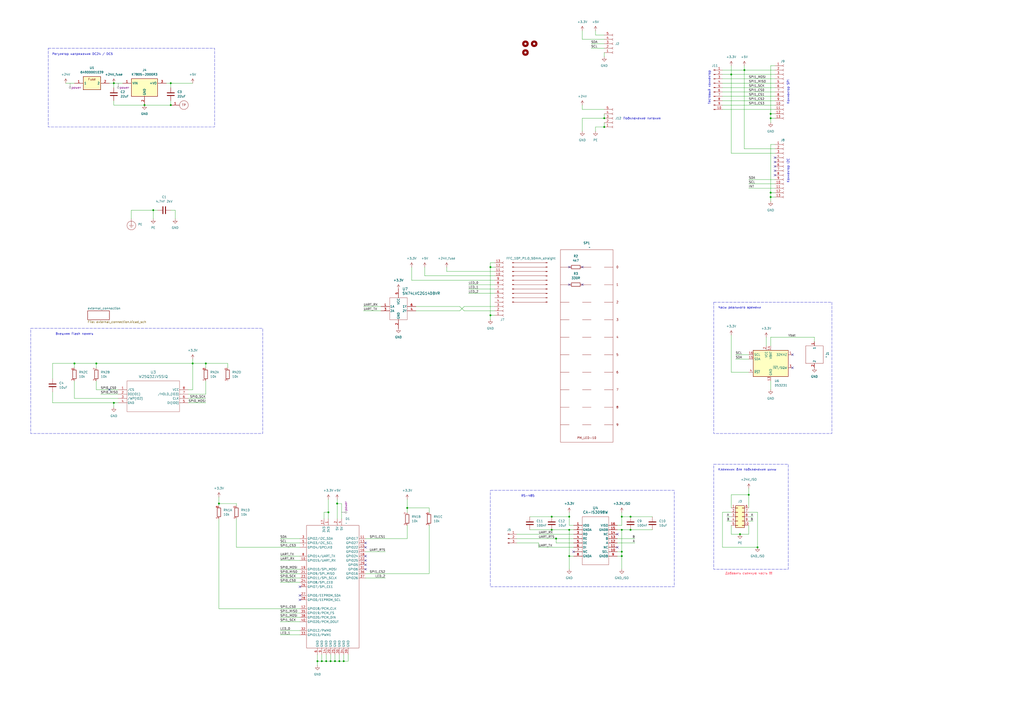
<source format=kicad_sch>
(kicad_sch (version 20231120) (generator "eeschema") (generator_version "8.0")
  (paper "A2")
  (title_block (title "${article} v${version}"))
  (junction (at 447.04 111.76))
  (junction (at 236.22 294.64))
  (junction (at 66.04 48.26))
  (junction (at 190.5 297.18))
  (junction (at 360.68 299.72))
  (junction (at 284.48 154.94))
  (junction (at 365.76 299.72))
  (junction (at 191.77 383.54))
  (junction (at 447.04 66.04))
  (junction (at 88.9 121.92))
  (junction (at 284.48 182.88))
  (junction (at 111.76 210.82))
  (junction (at 119.38 210.82))
  (junction (at 360.68 307.34))
  (junction (at 434.34 287.02))
  (junction (at 360.68 322.58))
  (junction (at 83.82 60.96))
  (junction (at 330.2 299.72))
  (junction (at 330.2 307.34))
  (junction (at 55.88 210.82))
  (junction (at 322.58 312.42))
  (junction (at 360.68 320.04))
  (junction (at 439.42 317.5))
  (junction (at 330.2 322.58))
  (junction (at 350.52 73.66))
  (junction (at 431.8 40.64))
  (junction (at 194.31 383.54))
  (junction (at 43.18 210.82))
  (junction (at 99.06 60.96))
  (junction (at 196.85 383.54))
  (junction (at 320.04 299.72))
  (junction (at 350.52 68.58))
  (junction (at 189.23 383.54))
  (junction (at 365.76 307.34))
  (junction (at 429.26 309.88))
  (junction (at 195.58 292.1))
  (junction (at 320.04 307.34))
  (junction (at 199.39 383.54))
  (junction (at 447.04 114.3))
  (junction (at 66.04 233.68))
  (junction (at 447.04 68.58))
  (junction (at 127 292.1))
  (junction (at 99.06 48.26))
  (junction (at 186.69 383.54))
  (junction (at 424.18 43.18))
  (junction (at 184.15 383.54))
  (no_connect (at 449.58 99.06))
  (no_connect (at 173.99 340.36))
  (no_connect (at 337.82 154.94))
  (no_connect (at 212.09 327.66))
  (no_connect (at 449.58 101.6))
  (no_connect (at 449.58 91.44))
  (no_connect (at 212.09 317.5))
  (no_connect (at 449.58 93.98))
  (no_connect (at 212.09 322.58))
  (no_connect (at 173.99 347.98))
  (no_connect (at 358.14 309.88))
  (no_connect (at 330.2 154.94))
  (no_connect (at 212.09 314.96))
  (no_connect (at 449.58 96.52))
  (no_connect (at 173.99 345.44))
  (no_connect (at 63.5 226.06))
  (no_connect (at 330.2 165.1))
  (no_connect (at 332.74 320.04))
  (no_connect (at 358.14 317.5))
  (no_connect (at 212.09 325.12))
  (no_connect (at 337.82 165.1))
  (no_connect (at 212.09 330.2))
  (no_connect (at 459.74 213.36))
  (no_connect (at 459.74 205.74))
  (wire (pts (xy 55.88 210.82) (xy 55.88 213.36)))
  (wire (pts (xy 330.2 307.34) (xy 330.2 322.58)))
  (wire (pts (xy 434.34 302.26) (xy 436.88 302.26)))
  (wire (pts (xy 259.08 157.48) (xy 287.02 157.48)))
  (wire (pts (xy 212.09 312.42) (xy 236.22 312.42)))
  (wire (pts (xy 337.82 68.58) (xy 337.82 76.2)))
  (wire (pts (xy 447.04 71.12) (xy 447.04 68.58)))
  (wire (pts (xy 449.58 114.3) (xy 447.04 114.3)))
  (wire (pts (xy 119.38 210.82) (xy 111.76 210.82)))
  (wire (pts (xy 424.18 294.64) (xy 424.18 287.02)))
  (wire (pts (xy 322.58 312.42) (xy 322.58 314.96)))
  (wire (pts (xy 162.56 365.76) (xy 173.99 365.76)))
  (wire (pts (xy 248.92 297.18) (xy 248.92 294.64)))
  (wire (pts (xy 137.16 300.99) (xy 137.16 317.5)))
  (wire (pts (xy 299.72 312.42) (xy 322.58 312.42)))
  (wire (pts (xy 190.5 297.18) (xy 190.5 300.99)))
  (wire (pts (xy 424.18 43.18) (xy 449.58 43.18)))
  (wire (pts (xy 447.04 220.98) (xy 447.04 226.06)))
  (wire (pts (xy 162.56 335.28) (xy 173.99 335.28)))
  (wire (pts (xy 101.6 127) (xy 101.6 121.92)))
  (wire (pts (xy 447.04 200.66) (xy 447.04 195.58)))
  (wire (pts (xy 88.9 121.92) (xy 91.44 121.92)))
  (wire (pts (xy 109.22 231.14) (xy 119.38 231.14)))
  (wire (pts (xy 434.34 106.68) (xy 449.58 106.68)))
  (wire (pts (xy 426.72 208.28) (xy 434.34 208.28)))
  (wire (pts (xy 55.88 226.06) (xy 68.58 226.06)))
  (wire (pts (xy 212.09 335.28) (xy 223.52 335.28)))
  (wire (pts (xy 236.22 289.56) (xy 236.22 294.64)))
  (wire (pts (xy 187.96 297.18) (xy 190.5 297.18)))
  (wire (pts (xy 378.46 307.34) (xy 365.76 307.34)))
  (wire (pts (xy 429.26 309.88) (xy 434.34 309.88)))
  (wire (pts (xy 365.76 299.72) (xy 378.46 299.72)))
  (wire (pts (xy 320.04 299.72) (xy 307.34 299.72)))
  (wire (pts (xy 419.1 58.42) (xy 449.58 58.42)))
  (wire (pts (xy 248.92 294.64) (xy 236.22 294.64)))
  (wire (pts (xy 472.44 195.58) (xy 472.44 198.12)))
  (wire (pts (xy 199.39 379.73) (xy 199.39 383.54)))
  (wire (pts (xy 434.34 283.21) (xy 434.34 287.02)))
  (wire (pts (xy 330.2 299.72) (xy 330.2 304.8)))
  (wire (pts (xy 424.18 309.88) (xy 429.26 309.88)))
  (wire (pts (xy 266.7 180.34) (xy 269.24 177.8)))
  (wire (pts (xy 196.85 379.73) (xy 196.85 383.54)))
  (wire (pts (xy 439.42 297.18) (xy 439.42 317.5)))
  (wire (pts (xy 424.18 297.18) (xy 419.1 297.18)))
  (wire (pts (xy 332.74 314.96) (xy 322.58 314.96)))
  (wire (pts (xy 184.15 379.73) (xy 184.15 383.54)))
  (wire (pts (xy 332.74 307.34) (xy 330.2 307.34)))
  (wire (pts (xy 360.68 320.04) (xy 358.14 320.04)))
  (wire (pts (xy 358.14 307.34) (xy 360.68 307.34)))
  (wire (pts (xy 368.3 312.42) (xy 358.14 312.42)))
  (wire (pts (xy 421.64 302.26) (xy 424.18 302.26)))
  (wire (pts (xy 449.58 88.9) (xy 424.18 88.9)))
  (wire (pts (xy 350.52 66.04) (xy 350.52 68.58)))
  (wire (pts (xy 419.1 297.18) (xy 419.1 317.5)))
  (wire (pts (xy 30.48 219.71) (xy 30.48 210.82)))
  (wire (pts (xy 350.52 68.58) (xy 337.82 68.58)))
  (wire (pts (xy 137.16 317.5) (xy 173.99 317.5)))
  (wire (pts (xy 271.78 167.64) (xy 287.02 167.64)))
  (wire (pts (xy 419.1 317.5) (xy 439.42 317.5)))
  (wire (pts (xy 66.04 60.96) (xy 83.82 60.96)))
  (wire (pts (xy 99.06 48.26) (xy 99.06 50.8)))
  (wire (pts (xy 210.82 177.8) (xy 220.98 177.8)))
  (wire (pts (xy 246.38 154.94) (xy 246.38 160.02)))
  (wire (pts (xy 284.48 154.94) (xy 284.48 182.88)))
  (wire (pts (xy 312.42 314.96) (xy 312.42 317.5)))
  (wire (pts (xy 187.96 300.99) (xy 187.96 297.18)))
  (wire (pts (xy 66.04 48.26) (xy 71.12 48.26)))
  (wire (pts (xy 99.06 58.42) (xy 99.06 60.96)))
  (wire (pts (xy 447.04 68.58) (xy 447.04 66.04)))
  (wire (pts (xy 137.16 293.37) (xy 137.16 292.1)))
  (wire (pts (xy 284.48 154.94) (xy 287.02 154.94)))
  (wire (pts (xy 350.52 63.5) (xy 337.82 63.5)))
  (wire (pts (xy 424.18 43.18) (xy 424.18 38.1)))
  (wire (pts (xy 236.22 294.64) (xy 236.22 297.18)))
  (wire (pts (xy 190.5 289.56) (xy 190.5 297.18)))
  (wire (pts (xy 284.48 152.4) (xy 284.48 154.94)))
  (wire (pts (xy 332.74 312.42) (xy 322.58 312.42)))
  (wire (pts (xy 186.69 383.54) (xy 189.23 383.54)))
  (wire (pts (xy 38.1 48.26) (xy 43.18 48.26)))
  (wire (pts (xy 431.8 40.64) (xy 449.58 40.64)))
  (wire (pts (xy 111.76 210.82) (xy 111.76 208.28)))
  (wire (pts (xy 195.58 289.56) (xy 195.58 292.1)))
  (wire (pts (xy 350.52 71.12) (xy 350.52 73.66)))
  (wire (pts (xy 66.04 60.96) (xy 66.04 58.42)))
  (wire (pts (xy 447.04 38.1) (xy 447.04 66.04)))
  (wire (pts (xy 127 292.1) (xy 127 293.37)))
  (wire (pts (xy 419.1 40.64) (xy 431.8 40.64)))
  (wire (pts (xy 342.9 27.94) (xy 350.52 27.94)))
  (wire (pts (xy 198.12 292.1) (xy 195.58 292.1)))
  (wire (pts (xy 419.1 45.72) (xy 449.58 45.72)))
  (wire (pts (xy 43.18 210.82) (xy 43.18 213.36)))
  (wire (pts (xy 83.82 60.96) (xy 99.06 60.96)))
  (wire (pts (xy 360.68 297.18) (xy 360.68 299.72)))
  (wire (pts (xy 137.16 292.1) (xy 127 292.1)))
  (wire (pts (xy 424.18 215.9) (xy 434.34 215.9)))
  (wire (pts (xy 184.15 383.54) (xy 186.69 383.54)))
  (wire (pts (xy 447.04 195.58) (xy 472.44 195.58)))
  (wire (pts (xy 241.3 177.8) (xy 266.7 177.8)))
  (wire (pts (xy 284.48 182.88) (xy 287.02 182.88)))
  (wire (pts (xy 447.04 114.3) (xy 447.04 116.84)))
  (wire (pts (xy 241.3 180.34) (xy 266.7 180.34)))
  (wire (pts (xy 419.1 55.88) (xy 449.58 55.88)))
  (wire (pts (xy 210.82 180.34) (xy 220.98 180.34)))
  (wire (pts (xy 119.38 228.6) (xy 119.38 220.98)))
  (wire (pts (xy 320.04 307.34) (xy 330.2 307.34)))
  (wire (pts (xy 99.06 48.26) (xy 111.76 48.26)))
  (wire (pts (xy 76.2 121.92) (xy 88.9 121.92)))
  (wire (pts (xy 449.58 86.36) (xy 431.8 86.36)))
  (wire (pts (xy 111.76 226.06) (xy 111.76 210.82)))
  (wire (pts (xy 434.34 109.22) (xy 449.58 109.22)))
  (wire (pts (xy 299.72 309.88) (xy 332.74 309.88)))
  (wire (pts (xy 449.58 111.76) (xy 447.04 111.76)))
  (wire (pts (xy 421.64 299.72) (xy 424.18 299.72)))
  (wire (pts (xy 162.56 322.58) (xy 173.99 322.58)))
  (wire (pts (xy 350.52 30.48) (xy 350.52 33.02)))
  (wire (pts (xy 246.38 160.02) (xy 287.02 160.02)))
  (wire (pts (xy 162.56 325.12) (xy 173.99 325.12)))
  (wire (pts (xy 68.58 231.14) (xy 43.18 231.14)))
  (wire (pts (xy 198.12 300.99) (xy 198.12 292.1)))
  (wire (pts (xy 212.09 320.04) (xy 223.52 320.04)))
  (wire (pts (xy 259.08 154.94) (xy 259.08 157.48)))
  (wire (pts (xy 191.77 383.54) (xy 194.31 383.54)))
  (wire (pts (xy 127 288.29) (xy 127 292.1)))
  (wire (pts (xy 350.52 22.86) (xy 337.82 22.86)))
  (wire (pts (xy 419.1 60.96) (xy 449.58 60.96)))
  (wire (pts (xy 269.24 177.8) (xy 287.02 177.8)))
  (wire (pts (xy 345.44 73.66) (xy 350.52 73.66)))
  (wire (pts (xy 419.1 50.8) (xy 449.58 50.8)))
  (wire (pts (xy 201.93 379.73) (xy 201.93 383.54)))
  (wire (pts (xy 345.44 20.32) (xy 345.44 17.78)))
  (wire (pts (xy 368.3 314.96) (xy 358.14 314.96)))
  (wire (pts (xy 43.18 220.98) (xy 43.18 231.14)))
  (wire (pts (xy 271.78 165.1) (xy 287.02 165.1)))
  (wire (pts (xy 424.18 88.9) (xy 424.18 43.18)))
  (wire (pts (xy 162.56 332.74) (xy 173.99 332.74)))
  (wire (pts (xy 345.44 76.2) (xy 345.44 73.66)))
  (wire (pts (xy 360.68 320.04) (xy 360.68 322.58)))
  (wire (pts (xy 189.23 379.73) (xy 189.23 383.54)))
  (wire (pts (xy 162.56 355.6) (xy 173.99 355.6)))
  (wire (pts (xy 419.1 43.18) (xy 424.18 43.18)))
  (wire (pts (xy 101.6 121.92) (xy 99.06 121.92)))
  (wire (pts (xy 66.04 233.68) (xy 66.04 236.22)))
  (wire (pts (xy 162.56 358.14) (xy 173.99 358.14)))
  (wire (pts (xy 447.04 83.82) (xy 447.04 111.76)))
  (wire (pts (xy 320.04 299.72) (xy 330.2 299.72)))
  (wire (pts (xy 320.04 307.34) (xy 307.34 307.34)))
  (wire (pts (xy 424.18 287.02) (xy 434.34 287.02)))
  (wire (pts (xy 271.78 170.18) (xy 287.02 170.18)))
  (wire (pts (xy 238.76 162.56) (xy 287.02 162.56)))
  (wire (pts (xy 419.1 48.26) (xy 449.58 48.26)))
  (wire (pts (xy 360.68 322.58) (xy 360.68 330.2)))
  (wire (pts (xy 132.08 213.36) (xy 132.08 210.82)))
  (wire (pts (xy 119.38 210.82) (xy 119.38 213.36)))
  (wire (pts (xy 236.22 304.8) (xy 236.22 312.42)))
  (wire (pts (xy 88.9 121.92) (xy 88.9 127)))
  (wire (pts (xy 162.56 337.82) (xy 173.99 337.82)))
  (wire (pts (xy 162.56 312.42) (xy 173.99 312.42)))
  (wire (pts (xy 194.31 379.73) (xy 194.31 383.54)))
  (wire (pts (xy 66.04 48.26) (xy 66.04 50.8)))
  (wire (pts (xy 360.68 304.8) (xy 360.68 299.72)))
  (wire (pts (xy 431.8 86.36) (xy 431.8 40.64)))
  (wire (pts (xy 58.42 228.6) (xy 68.58 228.6)))
  (wire (pts (xy 424.18 194.31) (xy 424.18 215.9)))
  (wire (pts (xy 447.04 111.76) (xy 447.04 114.3)))
  (wire (pts (xy 186.69 379.73) (xy 186.69 383.54)))
  (wire (pts (xy 360.68 304.8) (xy 358.14 304.8)))
  (wire (pts (xy 162.56 314.96) (xy 173.99 314.96)))
  (wire (pts (xy 330.2 304.8) (xy 332.74 304.8)))
  (wire (pts (xy 330.2 297.18) (xy 330.2 299.72)))
  (wire (pts (xy 30.48 233.68) (xy 66.04 233.68)))
  (wire (pts (xy 337.82 63.5) (xy 337.82 60.96)))
  (wire (pts (xy 299.72 314.96) (xy 312.42 314.96)))
  (wire (pts (xy 284.48 182.88) (xy 284.48 185.42)))
  (wire (pts (xy 434.34 297.18) (xy 439.42 297.18)))
  (wire (pts (xy 434.34 104.14) (xy 449.58 104.14)))
  (wire (pts (xy 132.08 210.82) (xy 119.38 210.82)))
  (wire (pts (xy 162.56 368.3) (xy 173.99 368.3)))
  (wire (pts (xy 449.58 83.82) (xy 447.04 83.82)))
  (wire (pts (xy 360.68 322.58) (xy 358.14 322.58)))
  (wire (pts (xy 365.76 299.72) (xy 360.68 299.72)))
  (wire (pts (xy 269.24 180.34) (xy 287.02 180.34)))
  (wire (pts (xy 109.22 228.6) (xy 119.38 228.6)))
  (wire (pts (xy 337.82 22.86) (xy 337.82 17.78)))
  (wire (pts (xy 109.22 233.68) (xy 119.38 233.68)))
  (wire (pts (xy 109.22 226.06) (xy 111.76 226.06)))
  (wire (pts (xy 434.34 299.72) (xy 436.88 299.72)))
  (wire (pts (xy 444.5 195.58) (xy 444.5 200.66)))
  (wire (pts (xy 63.5 48.26) (xy 66.04 48.26)))
  (wire (pts (xy 43.18 210.82) (xy 55.88 210.82)))
  (wire (pts (xy 184.15 383.54) (xy 184.15 386.08)))
  (wire (pts (xy 266.7 177.8) (xy 269.24 180.34)))
  (wire (pts (xy 434.34 294.64) (xy 434.34 287.02)))
  (wire (pts (xy 332.74 317.5) (xy 312.42 317.5)))
  (wire (pts (xy 449.58 66.04) (xy 447.04 66.04)))
  (wire (pts (xy 424.18 304.8) (xy 424.18 309.88)))
  (wire (pts (xy 30.48 210.82) (xy 43.18 210.82)))
  (wire (pts (xy 55.88 220.98) (xy 55.88 226.06)))
  (wire (pts (xy 68.58 233.68) (xy 66.04 233.68)))
  (wire (pts (xy 195.58 292.1) (xy 195.58 300.99)))
  (wire (pts (xy 191.77 379.73) (xy 191.77 383.54)))
  (wire (pts (xy 248.92 304.8) (xy 248.92 332.74)))
  (wire (pts (xy 330.2 322.58) (xy 332.74 322.58)))
  (wire (pts (xy 449.58 38.1) (xy 447.04 38.1)))
  (wire (pts (xy 194.31 383.54) (xy 196.85 383.54)))
  (wire (pts (xy 360.68 307.34) (xy 360.68 320.04)))
  (wire (pts (xy 199.39 383.54) (xy 201.93 383.54)))
  (wire (pts (xy 342.9 25.4) (xy 350.52 25.4)))
  (wire (pts (xy 434.34 309.88) (xy 434.34 304.8)))
  (wire (pts (xy 419.1 63.5) (xy 449.58 63.5)))
  (wire (pts (xy 426.72 205.74) (xy 434.34 205.74)))
  (wire (pts (xy 55.88 210.82) (xy 111.76 210.82)))
  (wire (pts (xy 431.8 38.1) (xy 431.8 40.64)))
  (wire (pts (xy 212.09 332.74) (xy 248.92 332.74)))
  (wire (pts (xy 238.76 162.56) (xy 238.76 154.94)))
  (wire (pts (xy 162.56 330.2) (xy 173.99 330.2)))
  (wire (pts (xy 365.76 307.34) (xy 360.68 307.34)))
  (wire (pts (xy 76.2 127) (xy 76.2 121.92)))
  (wire (pts (xy 330.2 322.58) (xy 330.2 330.2)))
  (wire (pts (xy 350.52 20.32) (xy 345.44 20.32)))
  (wire (pts (xy 419.1 53.34) (xy 449.58 53.34)))
  (wire (pts (xy 96.52 48.26) (xy 99.06 48.26)))
  (wire (pts (xy 447.04 68.58) (xy 449.58 68.58)))
  (wire (pts (xy 196.85 383.54) (xy 199.39 383.54)))
  (wire (pts (xy 127 300.99) (xy 127 353.06)))
  (wire (pts (xy 30.48 227.33) (xy 30.48 233.68)))
  (wire (pts (xy 189.23 383.54) (xy 191.77 383.54)))
  (wire (pts (xy 287.02 152.4) (xy 284.48 152.4)))
  (wire (pts (xy 162.56 360.68) (xy 173.99 360.68)))
  (wire (pts (xy 127 353.06) (xy 173.99 353.06)))
  (rectangle (start 284.48 284.48) (end 391.16 340.36) (stroke (width 0) (type dash)))
  (rectangle (start 414.02 175.26) (end 482.6 251.46) (stroke (width 0) (type dash)))
  (rectangle (start 17.78 190.5) (end 152.4 251.46) (stroke (width 0) (type dash)))
  (rectangle (start 414.02 269.24) (end 457.2 330.2) (stroke (width 0) (type dash)))
  (rectangle (start 27.94 27.94) (end 124.46 73.66) (stroke (width 0) (type dash)))
  (text "Клеммник для подключения шины" (at 416.56 271.78 0) (effects (font (size 1.27 1.27)) (justify left top)))
  (text "RS-485" (at 302.26 287.02 0) (effects (font (size 1.27 1.27)) (justify left top)))
  (text "Тестовый коннектор" (at 411.48 50.8 90) (effects (font (size 1.27 1.27))))
  (text "Внешняя Flash память" (at 43.18 193.802 0) (effects (font (size 1.27 1.27))))
  (text "Подключение питания" (at 372.364 68.834 0) (effects (font (size 1.27 1.27))))
  (text "Добавить съемную часть !!!" (at 434.34 332.74 0) (effects (font (size 1.27 1.27))))
  (text "Коннектор SPI" (at 457.2 53.34 90) (effects (font (size 1.27 1.27))))
  (text "Часы реального времени" (at 416.56 177.8 0) (effects (font (size 1.27 1.27)) (justify left top)))
  (text "Коннектор I2C" (at 457.2 99.06 90) (effects (font (size 1.27 1.27))))
  (text "Регулятор напряжения DC24 / DC5" (at 30.226 31.496 0) (effects (font (size 1.27 1.27)) (justify left)))
  (label "SPI1_MOSI" (at 162.56 358.14 0))
  (label "UART_RTS" (at 223.52 320.04 180))
  (label "Vbat" (at 457.2 195.58 0))
  (label "SPI1_CS2" (at 434.34 58.42 0))
  (label "SPI0_CS0" (at 162.56 337.82 0))
  (label "SDA" (at 434.34 104.14 0))
  (label "SPI1_CS0" (at 434.34 53.34 0))
  (label "LED_1" (at 271.78 167.64 0))
  (label "SPI0_MOSI" (at 119.38 233.68 180))
  (label "UART_RX" (at 210.82 177.8 0))
  (label "SCL" (at 434.34 106.68 0))
  (label "UART_RTS" (at 312.42 312.42 0))
  (label "INT" (at 434.34 109.22 0))
  (label "LED_2" (at 271.78 170.18 0))
  (label "SDA" (at 162.56 312.42 0))
  (label "SPI1_CS2" (at 223.52 332.74 180))
  (label "A" (at 421.64 299.72 0))
  (label "SPI1_CS1" (at 434.34 55.88 0))
  (label "SPI0_MISO" (at 58.42 228.6 0))
  (label "A" (at 436.88 299.72 180))
  (label "SPI1_CS0" (at 162.56 353.06 0))
  (label "SDA" (at 426.72 208.28 0))
  (label "UART_TX" (at 210.82 180.34 0))
  (label "SPI0_SCK" (at 162.56 335.28 0))
  (label "UART_RX" (at 162.56 325.12 0))
  (label "SPI0_SCK" (at 119.38 231.14 180))
  (label "LED_2" (at 223.52 335.28 180))
  (label "B" (at 421.64 302.26 0))
  (label "SPI1_SCK" (at 162.56 360.68 0))
  (label "SDA" (at 342.9 25.4 0))
  (label "LED_0" (at 162.56 365.76 0))
  (label "LED_1" (at 162.56 368.3 0))
  (label "SPI1_CS1" (at 223.52 312.42 180))
  (label "SPI0_CS0" (at 58.42 226.06 0))
  (label "UART_TX" (at 162.56 322.58 0))
  (label "LED_0" (at 271.78 165.1 0))
  (label "SPI1_MOSI" (at 434.34 45.72 0))
  (label "UART_TX" (at 312.42 317.5 0))
  (label "B" (at 368.3 312.42 180))
  (label "B" (at 436.88 302.26 180))
  (label "UART_RX" (at 312.42 309.88 0))
  (label "SPI1_MISO" (at 434.34 48.26 0))
  (label "SCL" (at 162.56 314.96 0))
  (label "SPI0_MOSI" (at 162.56 330.2 0))
  (label "SPI1_CS3" (at 162.56 317.5 0))
  (label "A" (at 368.3 314.96 180))
  (label "SCL" (at 342.9 27.94 0))
  (label "SPI0_MISO" (at 162.56 332.74 0))
  (label "SPI1_MISO" (at 162.56 355.6 0))
  (label "SPI1_SCK" (at 434.34 50.8 0))
  (label "SPI1_CS3" (at 434.34 60.96 0))
  (label "SCL" (at 426.72 205.74 0))
  (netclass_flag "" (length 2.54) (shape round) (at 68.58 48.26 180) (property "Netclass" "power" (at 69.2785 50.8 0) (effects (font (italic yes)) (justify left))))
  (netclass_flag "" (length 2.54) (shape round) (at 198.12 297.18 270) (property "Netclass" "power" (at 200.66 296.4815 90) (effects (font (italic yes)) (justify left))))
  (netclass_flag "" (length 2.54) (shape round) (at 40.64 48.26 180) (property "Netclass" "power" (at 41.3385 50.8 0) (effects (font (italic yes)) (justify left))))
  (symbol (lib_id "power:GND") (at 83.82 60.96 0) (unit 1)
    (property "Reference" "#PWR04" (effects (hide yes)))
    (property "Value" "GND" (at 83.82 66.04 0))
    (property "Description" "Power symbol creates a global label with name \"GND\" , ground" (effects (hide yes)))
  )
  (symbol (lib_id "power:GND") (at 429.26 309.88 0) (mirror y) (unit 1)
    (property "Reference" "#PWR023" (effects (hide yes)))
    (property "Value" "PE" (at 429.26 314.96 0))
    (property "Description" "Power symbol creates a global label with name \"GND\" , ground" (effects (hide yes)))
  )
  (symbol (lib_id "kicad_inventree_lib:15EDGRC-3.5-05P") (at 355.6 63.5 0) (mirror x) (unit 1)
    (property "Reference" "J12" (at 356.87 68.5801 0) (effects (justify left)))
    (property "Value" "15EDGRC-3.5-05P" (effects (hide yes)))
    (property "Footprint" "kicad_inventree_lib:15EDGRC-3.5-05P" (effects (hide yes)))
    (property "Datasheet" "http://inventree.network/part/238/" (effects (hide yes)))
    (property "Description" "Generic connector, single row, 01x09, script generated" (effects (hide yes)))
    (property "part_ipn" "15EDGRC-3.5-05P" (effects (hide yes)))
  )
  (symbol (lib_id "power:+3.3V") (at 337.82 17.78 0) (unit 1)
    (property "Reference" "#PWR030" (effects (hide yes)))
    (property "Value" "+3.3V" (at 337.82 12.7 0))
    (property "Description" "Power symbol creates a global label with name \"+3.3V\"" (effects (hide yes)))
  )
  (symbol (lib_id "kicad_inventree_lib:MountingHole_M3") (at 304.8 30.48 0) (unit 1) (exclude_from_sim yes) (in_bom no)
    (property "Reference" "H2" (effects (hide yes)))
    (property "Value" "MountingHole_M3" (effects (hide yes)))
    (property "Footprint" "kicad_inventree_lib:MountingHole_M3" (effects (hide yes)))
    (property "Description" "Mounting Hole without connection" (effects (hide yes)))
  )
  (symbol (lib_id "power:+3.3V") (at 231.14 167.64 0) (unit 1)
    (property "Reference" "#PWR037" (effects (hide yes)))
    (property "Value" "+3.3V" (at 231.14 162.56 0))
    (property "Description" "Power symbol creates a global label with name \"+3.3V\"" (effects (hide yes)))
  )
  (symbol (lib_id "power:+5V") (at 111.76 48.26 0) (unit 1)
    (property "Reference" "#PWR03" (effects (hide yes)))
    (property "Value" "+5V" (at 111.76 43.18 0))
    (property "Description" "Power symbol creates a global label with name \"+5V\"" (effects (hide yes)))
  )
  (symbol (lib_id "kicad_inventree_lib:R_10k_0603x4_1%") (at 137.16 297.18 0) (unit 4)
    (property "Reference" "RN1" (at 139.7 295.9099 0) (effects (justify left)))
    (property "Value" "10k" (at 139.7 298.4499 0) (effects (justify left)))
    (property "Footprint" "Resistor_SMD:R_Array_Convex_4x0603" (effects (hide yes)))
    (property "Datasheet" "http://inventree.network/part/233/" (effects (hide yes)))
    (property "Description" "4 resistor network, parallel topology, split" (effects (hide yes)))
    (property "part_ipn" "R_10k_0603x4_1%" (effects (hide yes)))
  )
  (symbol (lib_id "power:GND") (at 184.15 386.08 0) (unit 1)
    (property "Reference" "#PWR017" (effects (hide yes)))
    (property "Value" "GND" (at 184.15 391.16 0))
    (property "Description" "Power symbol creates a global label with name \"GND\" , ground" (effects (hide yes)))
  )
  (symbol (lib_id "power:+3.3V") (at 111.76 208.28 0) (unit 1)
    (property "Reference" "#PWR014" (effects (hide yes)))
    (property "Value" "+3.3V" (at 111.76 203.2 0))
    (property "Description" "Power symbol creates a global label with name \"+3.3V\"" (effects (hide yes)))
  )
  (symbol (lib_id "power:+5V") (at 434.34 283.21 0) (mirror y) (unit 1)
    (property "Reference" "#PWR025" (effects (hide yes)))
    (property "Value" "+24V_ISO" (at 434.34 278.13 0))
    (property "Description" "Power symbol creates a global label with name \"+5V\"" (effects (hide yes)))
  )
  (symbol (lib_id "power:GND") (at 284.48 185.42 0) (unit 1)
    (property "Reference" "#PWR032" (effects (hide yes)))
    (property "Value" "GND" (at 284.48 190.5 0))
    (property "Description" "Power symbol creates a global label with name \"GND\" , ground" (effects (hide yes)))
  )
  (symbol (lib_id "power:GND") (at 447.04 226.06 0) (unit 1)
    (property "Reference" "#PWR034" (effects (hide yes)))
    (property "Value" "GND" (at 447.04 231.14 0))
    (property "Description" "Power symbol creates a global label with name \"GND\" , ground" (effects (hide yes)))
  )
  (symbol (lib_id "kicad_inventree_lib:BS-12-A1AJ002-F") (at 472.44 200.66 0) (unit 1)
    (property "Reference" "J1" (at 478.79 205.1049 0) (effects (justify left)))
    (property "Value" "~" (at 478.79 207.01 0) (effects (justify left)))
    (property "Footprint" "kicad_inventree_lib:BS-12-A1AJ002-F" (effects (hide yes)))
    (property "Datasheet" "http://inventree.network/part/215/" (effects (hide yes)))
    (property "part_ipn" "BS-12-A1AJ002-F" (effects (hide yes)))
  )
  (symbol (lib_id "kicad_inventree_lib:C_22uF_50V_2220") (at 99.06 54.61 0) (unit 1)
    (property "Reference" "C3" (at 102.87 53.3399 0) (effects (justify left)))
    (property "Value" "22uF" (at 102.87 55.8799 0) (effects (justify left)))
    (property "Footprint" "Capacitor_SMD:C_2220_5750Metric" (effects (hide yes)))
    (property "Datasheet" "http://inventree.network/part/99/" (effects (hide yes)))
    (property "Description" "Unpolarized capacitor" (effects (hide yes)))
    (property "part_ipn" "C_22uF_50V_2220" (effects (hide yes)))
  )
  (symbol (lib_id "power:GND") (at 350.52 33.02 0) (mirror y) (unit 1)
    (property "Reference" "#PWR031" (effects (hide yes)))
    (property "Value" "GND" (at 350.52 38.1 0))
    (property "Description" "Power symbol creates a global label with name \"GND\" , ground" (effects (hide yes)))
  )
  (symbol (lib_id "power:+5V") (at 431.8 38.1 0) (unit 1)
    (property "Reference" "#PWR028" (effects (hide yes)))
    (property "Value" "+5V" (at 431.8 33.02 0))
    (property "Description" "Power symbol creates a global label with name \"+5V\"" (effects (hide yes)))
  )
  (symbol (lib_id "kicad_inventree_lib:AFA07-S12FCC-00") (at 454.66 93.98 0) (unit 1)
    (property "Reference" "J8" (at 454.025 81.28 0))
    (property "Value" "AFA07-S10FCC-00" (effects (hide yes)))
    (property "Footprint" "kicad_inventree_lib:CONN10_AFA07-S12_JUS" (effects (hide yes)))
    (property "Datasheet" "http://inventree.network/part/170/" (effects (hide yes)))
    (property "Description" "Generic connector, single row, 01x10, script generated" (effects (hide yes)))
    (property "part_ipn" "AFA07-S12FCC-00" (effects (hide yes)))
  )
  (symbol (lib_id "kicad_inventree_lib:RaspberryPi") (at 193.04 304.8 0) (unit 1) (in_bom no)
    (property "Reference" "D1" (at 200.3141 300.99 0) (effects (justify left)))
    (property "Value" "~" (at 200.3141 303.53 0) (effects (justify left)))
    (property "Footprint" "kicad_inventree_lib:RaspberryPi" (effects (hide yes)))
    (property "NextPCB_price" "200" (effects (hide yes)))
  )
  (symbol (lib_id "power:GND") (at 337.82 76.2 0) (mirror y) (unit 1)
    (property "Reference" "#PWR07" (effects (hide yes)))
    (property "Value" "GND" (at 337.82 81.28 0))
    (property "Description" "Power symbol creates a global label with name \"GND\" , ground" (effects (hide yes)))
  )
  (symbol (lib_id "power:+5V") (at 38.1 48.26 0) (unit 1)
    (property "Reference" "#PWR010" (effects (hide yes)))
    (property "Value" "+24V" (at 38.1 43.18 0))
    (property "Description" "Power symbol creates a global label with name \"+5V\"" (effects (hide yes)))
  )
  (symbol (lib_id "kicad_inventree_lib:PE") (at 76.2 127 0) (unit 1) (in_bom no)
    (property "Reference" "PE1" (effects (hide yes)))
    (property "Value" "PE" (at 80.01 130.1749 0) (effects (justify left)))
    (property "Footprint" "kicad_inventree_lib:PE" (effects (hide yes)))
    (property "Description" "Power symbol creates a global label with name \"Earth_Protective\"" (effects (hide yes)))
  )
  (symbol (lib_id "kicad_inventree_lib:R_330R_0603_1%") (at 334.01 165.1 90) (unit 1) (on_board no)
    (property "Reference" "R3" (at 334.01 158.75 90))
    (property "Value" "330R" (at 334.01 161.29 90))
    (property "Footprint" "Resistor_SMD:R_0603_1608Metric" (effects (hide yes)))
    (property "Datasheet" "http://inventree.network/part/235/" (effects (hide yes)))
    (property "Description" "Resistor" (effects (hide yes)))
    (property "part_ipn" "R_330R_0603_1%" (effects (hide yes)))
  )
  (symbol (lib_id "power:+5V") (at 259.08 154.94 0) (unit 1)
    (property "Reference" "#PWR015" (effects (hide yes)))
    (property "Value" "+24V_fuse" (at 259.08 149.86 0))
    (property "Description" "Power symbol creates a global label with name \"+5V\"" (effects (hide yes)))
  )
  (symbol (lib_id "power:+3.3V") (at 424.18 194.31 0) (unit 1)
    (property "Reference" "#PWR036" (effects (hide yes)))
    (property "Value" "+3.3V" (at 424.18 189.23 0))
    (property "Description" "Power symbol creates a global label with name \"+3.3V\"" (effects (hide yes)))
  )
  (symbol (lib_id "power:+3.3V") (at 444.5 195.58 0) (unit 1)
    (property "Reference" "#PWR033" (effects (hide yes)))
    (property "Value" "+3.3V" (at 444.5 190.5 0))
    (property "Description" "Power symbol creates a global label with name \"+3.3V\"" (effects (hide yes)))
  )
  (symbol (lib_id "power:+5V") (at 246.38 154.94 0) (unit 1)
    (property "Reference" "#PWR013" (effects (hide yes)))
    (property "Value" "+5V" (at 246.38 149.86 0))
    (property "Description" "Power symbol creates a global label with name \"+5V\"" (effects (hide yes)))
  )
  (symbol (lib_id "power:+3.3V") (at 238.76 154.94 0) (unit 1)
    (property "Reference" "#PWR022" (effects (hide yes)))
    (property "Value" "+3.3V" (at 238.76 149.86 0))
    (property "Description" "Power symbol creates a global label with name \"+3.3V\"" (effects (hide yes)))
  )
  (symbol (lib_id "power:+5V") (at 337.82 60.96 0) (mirror y) (unit 1)
    (property "Reference" "#PWR05" (effects (hide yes)))
    (property "Value" "+24V" (at 337.82 55.88 0))
    (property "Description" "Power symbol creates a global label with name \"+5V\"" (effects (hide yes)))
  )
  (symbol (lib_id "power:GND") (at 472.44 213.36 0) (unit 1)
    (property "Reference" "#PWR035" (effects (hide yes)))
    (property "Value" "GND" (at 472.44 218.44 0))
    (property "Description" "Power symbol creates a global label with name \"GND\" , ground" (effects (hide yes)))
  )
  (symbol (lib_id "power:+5V") (at 66.04 48.26 0) (unit 1)
    (property "Reference" "#PWR040" (effects (hide yes)))
    (property "Value" "+24V_fuse" (at 66.04 43.18 0))
    (property "Description" "Power symbol creates a global label with name \"+5V\"" (effects (hide yes)))
  )
  (symbol (lib_id "kicad_inventree_lib:C_10uF_16V_0805_MLCC-X5R") (at 378.46 303.53 0) (unit 1)
    (property "Reference" "C10" (at 382.27 302.2599 0) (effects (justify left)))
    (property "Value" "10uF" (at 382.27 304.7999 0) (effects (justify left)))
    (property "Footprint" "Capacitor_SMD:C_0805_2012Metric" (effects (hide yes)))
    (property "Datasheet" "http://inventree.network/part/261/" (effects (hide yes)))
    (property "Description" "Unpolarized capacitor" (effects (hide yes)))
    (property "part_ipn" "C_10uF_16V_0805_MLCC-X5R" (effects (hide yes)))
  )
  (symbol (lib_id "power:+3.3V") (at 360.68 297.18 0) (unit 1)
    (property "Reference" "#PWR02" (effects (hide yes)))
    (property "Value" "+3.3V_ISO" (at 360.68 292.1 0))
    (property "Description" "Power symbol creates a global label with name \"+3.3V\"" (effects (hide yes)))
  )
  (symbol (lib_name "C_22uF_50V_2220_1") (lib_id "kicad_inventree_lib:C_22uF_50V_2220") (at 66.04 54.61 0) (unit 1)
    (property "Reference" "C2" (at 69.85 53.3399 0) (effects (justify left)))
    (property "Value" "22uF" (at 69.85 55.8799 0) (effects (justify left)))
    (property "Footprint" "Capacitor_SMD:C_2220_5750Metric" (effects (hide yes)))
    (property "Datasheet" "http://inventree.network/part/99/" (effects (hide yes)))
    (property "Description" "Unpolarized capacitor" (effects (hide yes)))
    (property "part_ipn" "C_22uF_50V_2220" (effects (hide yes)))
  )
  (symbol (lib_id "kicad_inventree_lib:W25Q32JVSSIQ") (at 88.9 220.98 0) (unit 1)
    (property "Reference" "U3" (at 88.9 215.9 0) (effects (font (size 1.524 1.524))))
    (property "Value" "W25Q32JVSSIQ" (at 88.9 218.44 0) (effects (font (size 1.524 1.524))))
    (property "Footprint" "kicad_inventree_lib:SOIC-8_5P28X5P28_WIN-M" (effects (hide yes)))
    (property "Datasheet" "W25Q32JVSSIQ" (effects (hide yes)))
  )
  (symbol (lib_id "kicad_inventree_lib:C_4.7nF_2kV_1812") (at 95.25 121.92 90) (unit 1)
    (property "Reference" "C1" (at 95.25 114.3 90))
    (property "Value" "4.7nF 2kV" (at 95.25 116.84 90))
    (property "Footprint" "Capacitor_SMD:C_1812_4532Metric_Pad1.57x3.40mm_HandSolder" (effects (hide yes)))
    (property "Datasheet" "http://inventree.network/part/112/" (effects (hide yes)))
    (property "Description" "Unpolarized capacitor" (effects (hide yes)))
    (property "part_ipn" "C_4.7nF_2kV_1812" (effects (hide yes)))
  )
  (symbol (lib_id "power:GND") (at 231.14 190.5 0) (unit 1)
    (property "Reference" "#PWR038" (effects (hide yes)))
    (property "Value" "GND" (at 231.14 195.58 0))
    (property "Description" "Power symbol creates a global label with name \"GND\" , ground" (effects (hide yes)))
  )
  (symbol (lib_id "kicad_inventree_lib:15EDGRHC-THR-3.5-10P") (at 429.26 302.26 0) (unit 1)
    (property "Reference" "J3" (at 429.26 290.83 0))
    (property "Value" "15EDGRHC-THR-3.5-10P" (effects (hide yes)))
    (property "Footprint" "kicad_inventree_lib:15EDGRHC-THR-3.5-10P" (effects (hide yes)))
    (property "Datasheet" "http://inventree.network/part/232/" (effects (hide yes)))
    (property "Description" "Generic connector, double row, 02x05, odd/even pin numbering scheme (row 1 odd numbers, row 2 even numbers), script generated (kicad-library-utils/schlib/autogen/connector/)" (effects (hide yes)))
    (property "part_ipn" "15EDGRHC-THR-3.5-10P" (effects (hide yes)))
  )
  (symbol (lib_id "power:GND") (at 345.44 76.2 0) (mirror y) (unit 1)
    (property "Reference" "#PWR012" (effects (hide yes)))
    (property "Value" "PE" (at 345.44 81.28 0))
    (property "Description" "Power symbol creates a global label with name \"GND\" , ground" (effects (hide yes)))
  )
  (symbol (lib_id "kicad_inventree_lib:R_4k7_0603_1%") (at 334.01 154.94 90) (unit 1) (on_board no)
    (property "Reference" "R2" (at 334.01 148.59 90))
    (property "Value" "4k7" (at 334.01 151.13 90))
    (property "Footprint" "Resistor_SMD:R_0603_1608Metric" (effects (hide yes)))
    (property "Datasheet" "http://inventree.network/part/262/" (effects (hide yes)))
    (property "Description" "Resistor" (effects (hide yes)))
    (property "part_ipn" "R_4k7_0603_1%" (effects (hide yes)))
  )
  (symbol (lib_id "power:GND") (at 439.42 317.5 0) (mirror y) (unit 1)
    (property "Reference" "#PWR027" (effects (hide yes)))
    (property "Value" "GND_ISO" (at 439.42 322.58 0))
    (property "Description" "Power symbol creates a global label with name \"GND\" , ground" (effects (hide yes)))
  )
  (symbol (lib_id "power:+3.3V") (at 127 288.29 0) (unit 1)
    (property "Reference" "#PWR021" (effects (hide yes)))
    (property "Value" "+3.3V" (at 127 283.21 0))
    (property "Description" "Power symbol creates a global label with name \"+3.3V\"" (effects (hide yes)))
  )
  (symbol (lib_id "power:GND") (at 360.68 330.2 0) (unit 1)
    (property "Reference" "#PWR06" (effects (hide yes)))
    (property "Value" "GND_ISO" (at 360.68 335.28 0))
    (property "Description" "Power symbol creates a global label with name \"GND\" , ground" (effects (hide yes)))
  )
  (symbol (lib_id "kicad_inventree_lib:C_10uF_16V_0805_MLCC-X5R") (at 30.48 223.52 0) (unit 1)
    (property "Reference" "C4" (at 34.29 222.2499 0) (effects (justify left)))
    (property "Value" "10uF" (at 34.29 224.7899 0) (effects (justify left)))
    (property "Footprint" "Capacitor_SMD:C_0805_2012Metric" (effects (hide yes)))
    (property "Datasheet" "http://inventree.network/part/261/" (effects (hide yes)))
    (property "Description" "Unpolarized capacitor" (effects (hide yes)))
    (property "part_ipn" "C_10uF_16V_0805_MLCC-X5R" (effects (hide yes)))
  )
  (symbol (lib_id "power:+3.3V") (at 190.5 289.56 0) (unit 1)
    (property "Reference" "#PWR018" (effects (hide yes)))
    (property "Value" "+3.3V" (at 190.5 284.48 0))
    (property "Description" "Power symbol creates a global label with name \"+3.3V\"" (effects (hide yes)))
  )
  (symbol (lib_id "power:+3.3V") (at 424.18 38.1 0) (unit 1)
    (property "Reference" "#PWR01" (effects (hide yes)))
    (property "Value" "+3.3V" (at 424.18 33.02 0))
    (property "Description" "Power symbol creates a global label with name \"+3.3V\"" (effects (hide yes)))
  )
  (symbol (lib_id "kicad_inventree_lib:AFA07-S12FCC-00") (at 454.66 48.26 0) (unit 1)
    (property "Reference" "J9" (at 454.025 35.56 0))
    (property "Value" "AFA07-S10FCC-00" (effects (hide yes)))
    (property "Footprint" "kicad_inventree_lib:CONN10_AFA07-S12_JUS" (effects (hide yes)))
    (property "Datasheet" "http://inventree.network/part/170/" (effects (hide yes)))
    (property "Description" "Generic connector, single row, 01x10, script generated" (effects (hide yes)))
    (property "part_ipn" "AFA07-S12FCC-00" (effects (hide yes)))
  )
  (symbol (lib_id "kicad_inventree_lib:R_10k_0603x4_1%") (at 119.38 217.17 0) (unit 1)
    (property "Reference" "RN2" (at 121.92 215.8999 0) (effects (justify left)))
    (property "Value" "10k" (at 121.92 218.4399 0) (effects (justify left)))
    (property "Footprint" "Resistor_SMD:R_Array_Convex_4x0603" (effects (hide yes)))
    (property "Datasheet" "http://inventree.network/part/233/" (effects (hide yes)))
    (property "Description" "4 resistor network, parallel topology, split" (effects (hide yes)))
    (property "part_ipn" "R_10k_0603x4_1%" (effects (hide yes)))
  )
  (symbol (lib_id "power:+5V") (at 345.44 17.78 0) (unit 1)
    (property "Reference" "#PWR026" (effects (hide yes)))
    (property "Value" "+5V" (at 345.44 12.7 0))
    (property "Description" "Power symbol creates a global label with name \"+5V\"" (effects (hide yes)))
  )
  (symbol (lib_id "kicad_inventree_lib:C_100nF_16V_0603_MLCC-X7R") (at 307.34 303.53 0) (unit 1)
    (property "Reference" "C11" (at 311.15 302.2599 0) (effects (justify left)))
    (property "Value" "100nF" (at 311.15 304.7999 0) (effects (justify left)))
    (property "Footprint" "Capacitor_SMD:C_0603_1608Metric" (effects (hide yes)))
    (property "Datasheet" "http://inventree.network/part/221" (effects (hide yes)))
    (property "Description" "Unpolarized capacitor" (effects (hide yes)))
    (property "part_ipn" "C_100nF_16V_0603_MLCC-X7R" (effects (hide yes)))
  )
  (symbol (lib_id "kicad_inventree_lib:CA-IS3098W") (at 345.44 299.72 0) (unit 1)
    (property "Reference" "U4" (at 345.44 294.64 0) (effects (font (size 1.524 1.524))))
    (property "Value" "CA-IS3098W" (at 345.44 297.18 0) (effects (font (size 1.524 1.524))))
    (property "Footprint" "kicad_inventree_lib:SOIC16-WBW_CLG" (effects (hide yes)))
    (property "Datasheet" "http://inventree.network/part/218/" (effects (hide yes)))
    (property "part_ipn" "CA-IS3098W" (effects (hide yes)))
  )
  (symbol (lib_id "power:+5V") (at 195.58 289.56 0) (unit 1)
    (property "Reference" "#PWR019" (effects (hide yes)))
    (property "Value" "+5V" (at 195.58 284.48 0))
    (property "Description" "Power symbol creates a global label with name \"+5V\"" (effects (hide yes)))
  )
  (symbol (lib_id "power:GND") (at 101.6 127 0) (unit 1)
    (property "Reference" "#PWR09" (effects (hide yes)))
    (property "Value" "GND" (at 101.6 132.08 0))
    (property "Description" "Power symbol creates a global label with name \"GND\" , ground" (effects (hide yes)))
  )
  (symbol (lib_id "power:GND") (at 66.04 236.22 0) (unit 1)
    (property "Reference" "#PWR016" (effects (hide yes)))
    (property "Value" "GND" (at 66.04 241.3 0))
    (property "Description" "Power symbol creates a global label with name \"GND\" , ground" (effects (hide yes)))
  )
  (symbol (lib_id "kicad_inventree_lib:R_10k_0603x4_1%") (at 236.22 300.99 0) (unit 2)
    (property "Reference" "RN1" (at 238.76 299.7199 0) (effects (justify left)))
    (property "Value" "10k" (at 238.76 302.2599 0) (effects (justify left)))
    (property "Footprint" "Resistor_SMD:R_Array_Convex_4x0603" (effects (hide yes)))
    (property "Datasheet" "http://inventree.network/part/233/" (effects (hide yes)))
    (property "Description" "4 resistor network, parallel topology, split" (effects (hide yes)))
    (property "part_ipn" "R_10k_0603x4_1%" (effects (hide yes)))
  )
  (symbol (lib_id "Connector:Conn_01x03_Pin") (at 294.64 312.42 0) (unit 1)
    (property "Reference" "J5" (at 295.275 307.34 0))
    (property "Value" "Conn_01x03_Pin" (effects (hide yes)))
    (property "Footprint" "Connector_PinHeader_1.00mm:PinHeader_1x03_P1.00mm_Vertical" (effects (hide yes)))
    (property "Description" "Generic connector, single row, 01x03, script generated" (effects (hide yes)))
  )
  (symbol (lib_id "kicad_inventree_lib:R_10k_0603x4_1%") (at 132.08 217.17 0) (unit 4)
    (property "Reference" "RN2" (at 134.62 215.8999 0) (effects (justify left)))
    (property "Value" "10k" (at 134.62 218.4399 0) (effects (justify left)))
    (property "Footprint" "Resistor_SMD:R_Array_Convex_4x0603" (effects (hide yes)))
    (property "Datasheet" "http://inventree.network/part/233/" (effects (hide yes)))
    (property "Description" "4 resistor network, parallel topology, split" (effects (hide yes)))
    (property "part_ipn" "R_10k_0603x4_1%" (effects (hide yes)))
  )
  (symbol (lib_id "power:+3.3V") (at 236.22 289.56 0) (unit 1)
    (property "Reference" "#PWR020" (effects (hide yes)))
    (property "Value" "+3.3V" (at 236.22 284.48 0))
    (property "Description" "Power symbol creates a global label with name \"+3.3V\"" (effects (hide yes)))
  )
  (symbol (lib_id "kicad_inventree_lib:DS3231") (at 447.04 210.82 0) (unit 1)
    (property "Reference" "U6" (at 449.2341 220.98 0) (effects (justify left)))
    (property "Value" "DS3231" (at 449.2341 223.52 0) (effects (justify left)))
    (property "Footprint" "Package_SO:SOIC-16W_7.5x10.3mm_P1.27mm" (effects (hide yes)))
    (property "Datasheet" "http://inventree.network/part/119/" (effects (hide yes)))
    (property "Description" "Extremely Accurate I2C-Integrated RTC/TCXO/Crystal SOIC-16" (effects (hide yes)))
    (property "part_ipn" "DS3231SN" (effects (hide yes)))
  )
  (symbol (lib_id "kicad_inventree_lib:AFA07-S12FCC-00") (at 292.1 172.72 0) (mirror x) (unit 1)
    (property "Reference" "J7" (at 291.465 185.42 0))
    (property "Value" "AFA07-S10FCC-00" (effects (hide yes)))
    (property "Footprint" "kicad_inventree_lib:CONN10_AFA07-S12_JUS" (effects (hide yes)))
    (property "Datasheet" "http://inventree.network/part/170/" (effects (hide yes)))
    (property "Description" "Generic connector, single row, 01x10, script generated" (effects (hide yes)))
    (property "part_ipn" "AFA07-S12FCC-00" (effects (hide yes)))
  )
  (symbol (lib_id "Connector:Conn_01x10_Pin") (at 414.02 50.8 0) (unit 1)
    (property "Reference" "J11" (at 414.655 38.1 0))
    (property "Value" "Conn_01x10_Pin" (effects (hide yes)))
    (property "Footprint" "Connector_PinHeader_1.00mm:PinHeader_1x10_P1.00mm_Vertical" (effects (hide yes)))
    (property "Description" "Generic connector, single row, 01x10, script generated" (effects (hide yes)))
  )
  (symbol (lib_id "kicad_inventree_lib:SN74LVC2G14DBVR") (at 231.14 172.72 0) (unit 1)
    (property "Reference" "U7" (at 233.3341 167.64 0) (effects (font (size 1.524 1.524)) (justify left)))
    (property "Value" "SN74LVC2G14DBVR" (at 233.3341 170.18 0) (effects (font (size 1.524 1.524)) (justify left)))
    (property "Footprint" "kicad_inventree_lib:DBV6-M" (effects (hide yes)))
    (property "Datasheet" "SN74LVC2G14DBVR" (effects (hide yes)))
  )
  (symbol (lib_id "kicad_inventree_lib:R_10k_0603x4_1%") (at 248.92 300.99 0) (unit 3)
    (property "Reference" "RN1" (at 251.46 299.7199 0) (effects (justify left)))
    (property "Value" "10k" (at 251.46 302.2599 0) (effects (justify left)))
    (property "Footprint" "Resistor_SMD:R_Array_Convex_4x0603" (effects (hide yes)))
    (property "Datasheet" "http://inventree.network/part/233/" (effects (hide yes)))
    (property "Description" "4 resistor network, parallel topology, split" (effects (hide yes)))
    (property "part_ipn" "R_10k_0603x4_1%" (effects (hide yes)))
  )
  (symbol (lib_id "kicad_inventree_lib:MountingHole_M3") (at 304.8 25.4 0) (unit 1) (exclude_from_sim yes) (in_bom no)
    (property "Reference" "H1" (effects (hide yes)))
    (property "Value" "MountingHole_M3" (effects (hide yes)))
    (property "Footprint" "kicad_inventree_lib:MountingHole_M3" (effects (hide yes)))
    (property "Description" "Mounting Hole without connection" (effects (hide yes)))
  )
  (symbol (lib_id "kicad_inventree_lib:5117") (at 99.06 60.96 0) (unit 1)
    (property "Reference" "U2" (effects (hide yes)))
    (property "Value" "5117" (effects (hide yes)))
    (property "Footprint" "kicad_inventree_lib:5117" (effects (hide yes)))
    (property "Description" "KEYSTONE - 5117 - TEST POINT, PCB, BLUE, THROUGH HOLE" (effects (hide yes)))
    (property "Height" "4.57" (effects (hide yes)))
  )
  (symbol (lib_id "kicad_inventree_lib:R_10k_0603x4_1%") (at 127 297.18 0) (unit 1)
    (property "Reference" "RN1" (at 129.54 295.9099 0) (effects (justify left)))
    (property "Value" "10k" (at 129.54 298.4499 0) (effects (justify left)))
    (property "Footprint" "Resistor_SMD:R_Array_Convex_4x0603" (effects (hide yes)))
    (property "Datasheet" "http://inventree.network/part/233/" (effects (hide yes)))
    (property "Description" "4 resistor network, parallel topology, split" (effects (hide yes)))
    (property "part_ipn" "R_10k_0603x4_1%" (effects (hide yes)))
  )
  (symbol (lib_id "power:GND") (at 88.9 127 0) (unit 1)
    (property "Reference" "#PWR08" (effects (hide yes)))
    (property "Value" "PE" (at 88.9 132.08 0))
    (property "Description" "Power symbol creates a global label with name \"GND\" , ground" (effects (hide yes)))
  )
  (symbol (lib_id "kicad_inventree_lib:PM_LED-10-v0.0.1") (at 340.36 144.78 0) (unit 1)
    (property "Reference" "SP1" (at 340.36 140.97 0))
    (property "Value" "~" (at 341.988 143.51 0))
    (property "Footprint" "kicad_inventree_lib:PM_LED-xx-v0.0.1" (effects (hide yes)))
  )
  (symbol (lib_id "power:GND") (at 447.04 116.84 0) (unit 1)
    (property "Reference" "#PWR039" (effects (hide yes)))
    (property "Value" "GND" (at 447.04 121.92 0))
    (property "Description" "Power symbol creates a global label with name \"GND\" , ground" (effects (hide yes)))
  )
  (symbol (lib_id "kicad_inventree_lib:FFC_10P_P1.0_50mm_straight") (at 307.34 149.86 0) (mirror y) (unit 1) (on_board no)
    (property "Reference" "J6" (effects (hide yes)))
    (property "Value" "FFC_10P_P1.0_50mm_straight" (at 322.326 149.86 0) (effects (justify left)))
    (property "Datasheet" "http://inventree.network/part/171/" (effects (hide yes)))
    (property "part_ipn" "FFC_10P_P1.0_50mm_reverse" (effects (hide yes)))
  )
  (symbol (lib_id "kicad_inventree_lib:R_10k_0603x4_1%") (at 55.88 217.17 0) (unit 2)
    (property "Reference" "RN2" (at 58.42 215.8999 0) (effects (justify left)))
    (property "Value" "10k" (at 58.42 218.4399 0) (effects (justify left)))
    (property "Footprint" "Resistor_SMD:R_Array_Convex_4x0603" (effects (hide yes)))
    (property "Datasheet" "http://inventree.network/part/233/" (effects (hide yes)))
    (property "Description" "4 resistor network, parallel topology, split" (effects (hide yes)))
    (property "part_ipn" "R_10k_0603x4_1%" (effects (hide yes)))
  )
  (symbol (lib_id "power:GND") (at 330.2 330.2 0) (unit 1)
    (property "Reference" "#PWR024" (effects (hide yes)))
    (property "Value" "GND" (at 330.2 335.28 0))
    (property "Description" "Power symbol creates a global label with name \"GND\" , ground" (effects (hide yes)))
  )
  (symbol (lib_id "kicad_inventree_lib:Fuseholder") (at 53.34 44.45 0) (unit 1)
    (property "Reference" "U1" (at 53.34 39.37 0))
    (property "Value" "64900001039" (at 53.34 41.91 0))
    (property "Footprint" "NextPCB:Fuseholder" (effects (hide yes)))
    (property "Datasheet" "http://inventree.network/part/23/" (effects (hide yes)))
    (property "Description" "5x20mm Fuseholder 6.3A 250V Littelfuse 6.3A PCB Mount Fuse Holder for 5 x 20mm Cartridge Fuse, 250 V" (effects (hide yes)))
    (property "Manufacturer_Name" "LITTELFUSE" (effects (hide yes)))
    (property "Manufacturer_Part_Number" "64900001039" (effects (hide yes)))
    (property "Mouser Part Number" "576-64900001039" (effects (hide yes)))
    (property "Mouser Price/Stock" "https://www.mouser.co.uk/ProductDetail/Littelfuse/64900001039?qs=hH%252BOa0VZEiArPloPoB86OA%3D%3D" (effects (hide yes)))
    (property "Arrow Part Number" "64900001039" (effects (hide yes)))
    (property "Arrow Price/Stock" "https://www.arrow.com/en/products/64900001039/littelfuse?region=nac" (effects (hide yes)))
    (property "NextPCB_url" "https://www.hqonline.com/product-detail/fuse-holders---clips---boxes-littelfuse-64900001039-1005256123" (effects (hide yes)))
    (property "NextPCB_price" "0.13489" (effects (hide yes)))
    (property "part_ipn" "64900001039" (effects (hide yes)))
  )
  (symbol (lib_id "power:GND") (at 447.04 71.12 0) (unit 1)
    (property "Reference" "#PWR029" (effects (hide yes)))
    (property "Value" "GND" (at 447.04 76.2 0))
    (property "Description" "Power symbol creates a global label with name \"GND\" , ground" (effects (hide yes)))
  )
  (symbol (lib_id "kicad_inventree_lib:R_10k_0603x4_1%") (at 43.18 217.17 0) (unit 3)
    (property "Reference" "RN2" (at 45.72 215.8999 0) (effects (justify left)))
    (property "Value" "10k" (at 45.72 218.4399 0) (effects (justify left)))
    (property "Footprint" "Resistor_SMD:R_Array_Convex_4x0603" (effects (hide yes)))
    (property "Datasheet" "http://inventree.network/part/233/" (effects (hide yes)))
    (property "Description" "4 resistor network, parallel topology, split" (effects (hide yes)))
    (property "part_ipn" "R_10k_0603x4_1%" (effects (hide yes)))
  )
  (symbol (lib_id "kicad_inventree_lib:C_10uF_16V_0805_MLCC-X5R") (at 320.04 303.53 0) (unit 1)
    (property "Reference" "C12" (at 323.85 302.2599 0) (effects (justify left)))
    (property "Value" "10uF" (at 323.85 304.7999 0) (effects (justify left)))
    (property "Footprint" "Capacitor_SMD:C_0805_2012Metric" (effects (hide yes)))
    (property "Datasheet" "http://inventree.network/part/261/" (effects (hide yes)))
    (property "Description" "Unpolarized capacitor" (effects (hide yes)))
    (property "part_ipn" "C_10uF_16V_0805_MLCC-X5R" (effects (hide yes)))
  )
  (symbol (lib_id "power:+3.3V") (at 330.2 297.18 0) (unit 1)
    (property "Reference" "#PWR011" (effects (hide yes)))
    (property "Value" "+3.3V" (at 330.2 292.1 0))
    (property "Description" "Power symbol creates a global label with name \"+3.3V\"" (effects (hide yes)))
  )
  (symbol (lib_id "kicad_inventree_lib:MountingHole_M3") (at 309.88 25.4 0) (unit 1) (exclude_from_sim yes) (in_bom no)
    (property "Reference" "H3" (effects (hide yes)))
    (property "Value" "MountingHole_M3" (effects (hide yes)))
    (property "Footprint" "kicad_inventree_lib:MountingHole_M3" (effects (hide yes)))
    (property "Description" "Mounting Hole without connection" (effects (hide yes)))
  )
  (symbol (lib_id "kicad_inventree_lib:K7805-2000R3") (at 83.82 45.72 0) (unit 1)
    (property "Reference" "J4" (at 83.82 40.64 0))
    (property "Value" "K7805-2000R3" (at 83.82 43.18 0))
    (property "Footprint" "kicad_inventree_lib:K7805-2000R3" (effects (hide yes)))
    (property "Datasheet" "http://inventree.network/part/98/" (effects (hide yes)))
    (property "Description" "K7805-2000R3" (effects (hide yes)))
    (property "Height" "18" (effects (hide yes)))
    (property "Manufacturer_Name" "RS Pro" (effects (hide yes)))
    (property "Manufacturer_Part_Number" "K7805-2000R3" (effects (hide yes)))
    (property "part_ipn" "K7805-2000R3" (effects (hide yes)))
  )
  (symbol (lib_id "kicad_inventree_lib:C_100nF_16V_0603_MLCC-X7R") (at 365.76 303.53 0) (unit 1)
    (property "Reference" "C9" (at 369.57 302.2599 0) (effects (justify left)))
    (property "Value" "100nF" (at 369.57 304.7999 0) (effects (justify left)))
    (property "Footprint" "Capacitor_SMD:C_0603_1608Metric" (effects (hide yes)))
    (property "Datasheet" "http://inventree.network/part/221" (effects (hide yes)))
    (property "Description" "Unpolarized capacitor" (effects (hide yes)))
    (property "part_ipn" "C_100nF_16V_0603_MLCC-X7R" (effects (hide yes)))
  )
  (symbol (lib_id "kicad_inventree_lib:15EDGRC-3.5-05P") (at 355.6 20.32 0) (mirror x) (unit 1)
    (property "Reference" "J2" (at 356.87 25.4001 0) (effects (justify left)))
    (property "Value" "15EDGRC-3.5-05P" (effects (hide yes)))
    (property "Footprint" "kicad_inventree_lib:15EDGRC-3.5-05P" (effects (hide yes)))
    (property "Datasheet" "http://inventree.network/part/238/" (effects (hide yes)))
    (property "Description" "Generic connector, single row, 01x09, script generated" (effects (hide yes)))
    (property "part_ipn" "15EDGRC-3.5-05P" (effects (hide yes)))
  )
  (sheet (at 50.8 180.34) (size 12.7 5.08) (stroke (width 0.1524))
    (property "Sheetname" "external_connection" (at 50.8 179.6284 0) (effects (justify left bottom)))
    (property "Sheetfile" "external_connection.kicad_sch" (at 50.8 186.0046 0) (effects (justify left top)))
  )
)
</source>
